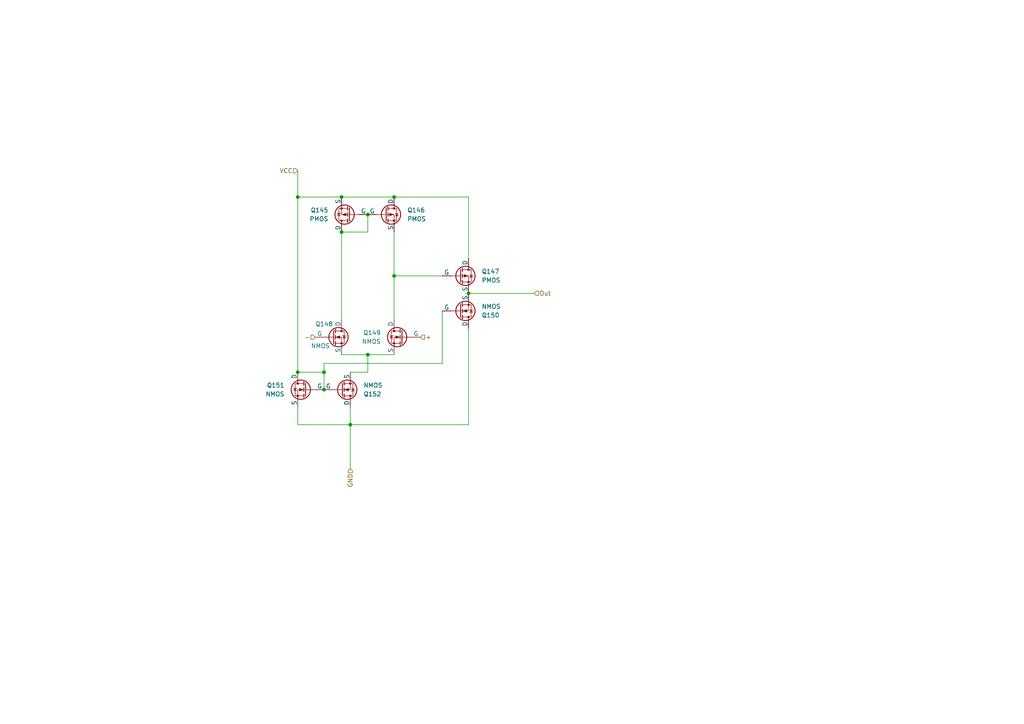
<source format=kicad_sch>
(kicad_sch (version 20230121) (generator eeschema)
  (paper "A4")
  (lib_symbols
    (symbol "Simulation_SPICE:NMOS" (pin_numbers hide) (pin_names (offset 0))
      (property "Reference" "Q" (at 5.08 1.27 0))
      (property "Value" "NMOS" (at 5.08 -1.27 0))
      (symbol "NMOS_0_1"
        (polyline (pts (xy 0.254 0) (xy -2.54 0)))
        (polyline (pts (xy 0.254 1.905) (xy 0.254 -1.905)) (stroke (width 0.254)))
        (polyline (pts (xy 0.762 -1.27) (xy 0.762 -2.286)) (stroke (width 0.254)))
        (polyline (pts (xy 0.762 0.508) (xy 0.762 -0.508)) (stroke (width 0.254)))
        (polyline (pts (xy 0.762 2.286) (xy 0.762 1.27)) (stroke (width 0.254)))
        (polyline (pts (xy 2.54 2.54) (xy 2.54 1.778)))
        (polyline (pts (xy 2.54 -2.54) (xy 2.54 0) (xy 0.762 0)))
        (polyline (pts (xy 0.762 -1.778) (xy 3.302 -1.778) (xy 3.302 1.778) (xy 0.762 1.778)))
        (polyline (pts (xy 1.016 0) (xy 2.032 0.381) (xy 2.032 -0.381) (xy 1.016 0)) (fill (type outline)))
        (polyline (pts (xy 2.794 0.508) (xy 2.921 0.381) (xy 3.683 0.381) (xy 3.81 0.254)))
        (polyline (pts (xy 3.302 0.381) (xy 2.921 -0.254) (xy 3.683 -0.254) (xy 3.302 0.381)))
        (circle (center 1.651 0) (radius 2.794) (stroke (width 0.254)))
        (circle (center 2.54 -1.778) (radius 0.254) (fill (type outline)))
        (circle (center 2.54 1.778) (radius 0.254) (fill (type outline)))
      )
      (symbol "NMOS_1_1"
        (pin passive line (at 2.54 5.08 270) (length 2.54) (name "D") (number "1"))
        (pin input line (at -5.08 0 0) (length 2.54) (name "G") (number "2"))
        (pin passive line (at 2.54 -5.08 90) (length 2.54) (name "S") (number "3"))
      )
    )
    (symbol "Simulation_SPICE:PMOS" (pin_numbers hide) (pin_names (offset 0))
      (property "Reference" "Q" (at 5.08 1.27 0))
      (property "Value" "PMOS" (at 5.08 -1.27 0))
      (symbol "PMOS_0_1"
        (polyline (pts (xy 0.254 0) (xy -2.54 0)))
        (polyline (pts (xy 0.254 1.905) (xy 0.254 -1.905)) (stroke (width 0.254)))
        (polyline (pts (xy 0.762 -1.27) (xy 0.762 -2.286)) (stroke (width 0.254)))
        (polyline (pts (xy 0.762 0.508) (xy 0.762 -0.508)) (stroke (width 0.254)))
        (polyline (pts (xy 0.762 2.286) (xy 0.762 1.27)) (stroke (width 0.254)))
        (polyline (pts (xy 2.54 2.54) (xy 2.54 1.778)))
        (polyline (pts (xy 2.54 -2.54) (xy 2.54 0) (xy 0.762 0)))
        (polyline (pts (xy 0.762 1.778) (xy 3.302 1.778) (xy 3.302 -1.778) (xy 0.762 -1.778)))
        (polyline (pts (xy 2.286 0) (xy 1.27 0.381) (xy 1.27 -0.381) (xy 2.286 0)) (fill (type outline)))
        (polyline (pts (xy 2.794 -0.508) (xy 2.921 -0.381) (xy 3.683 -0.381) (xy 3.81 -0.254)))
        (polyline (pts (xy 3.302 -0.381) (xy 2.921 0.254) (xy 3.683 0.254) (xy 3.302 -0.381)))
        (circle (center 1.651 0) (radius 2.794) (stroke (width 0.254)))
        (circle (center 2.54 -1.778) (radius 0.254) (fill (type outline)))
        (circle (center 2.54 1.778) (radius 0.254) (fill (type outline)))
      )
      (symbol "PMOS_1_1"
        (pin passive line (at 2.54 5.08 270) (length 2.54) (name "D") (number "1"))
        (pin input line (at -5.08 0 0) (length 2.54) (name "G") (number "2"))
        (pin passive line (at 2.54 -5.08 90) (length 2.54) (name "S") (number "3"))
      )
    )
  )
  (junction (at 99.06 67.31))
  (junction (at 86.36 57.15))
  (junction (at 106.68 62.23))
  (junction (at 93.98 107.95))
  (junction (at 106.68 102.87))
  (junction (at 101.6 123.19))
  (junction (at 86.36 107.95))
  (junction (at 93.98 113.03))
  (junction (at 114.3 80.01))
  (junction (at 135.89 85.09))
  (junction (at 114.3 57.15))
  (junction (at 99.06 57.15))
  (wire (pts (xy 135.89 57.15) (xy 135.89 74.93)))
  (wire (pts (xy 101.6 118.11) (xy 101.6 123.19)))
  (wire (pts (xy 106.68 62.23) (xy 106.68 67.31)))
  (wire (pts (xy 101.6 123.19) (xy 101.6 135.89)))
  (wire (pts (xy 106.68 107.95) (xy 101.6 107.95)))
  (wire (pts (xy 114.3 80.01) (xy 114.3 92.71)))
  (wire (pts (xy 128.27 80.01) (xy 114.3 80.01)))
  (wire (pts (xy 99.06 57.15) (xy 86.36 57.15)))
  (wire (pts (xy 99.06 67.31) (xy 99.06 92.71)))
  (wire (pts (xy 93.98 107.95) (xy 93.98 105.41)))
  (wire (pts (xy 99.06 57.15) (xy 114.3 57.15)))
  (wire (pts (xy 93.98 105.41) (xy 128.27 105.41)))
  (wire (pts (xy 114.3 67.31) (xy 114.3 80.01)))
  (wire (pts (xy 86.36 57.15) (xy 86.36 107.95)))
  (wire (pts (xy 106.68 67.31) (xy 99.06 67.31)))
  (wire (pts (xy 86.36 123.19) (xy 101.6 123.19)))
  (wire (pts (xy 135.89 85.09) (xy 154.94 85.09)))
  (wire (pts (xy 86.36 118.11) (xy 86.36 123.19)))
  (wire (pts (xy 106.68 102.87) (xy 114.3 102.87)))
  (wire (pts (xy 114.3 57.15) (xy 135.89 57.15)))
  (wire (pts (xy 99.06 102.87) (xy 106.68 102.87)))
  (wire (pts (xy 135.89 95.25) (xy 135.89 123.19)))
  (wire (pts (xy 86.36 107.95) (xy 93.98 107.95)))
  (wire (pts (xy 93.98 113.03) (xy 93.98 107.95)))
  (wire (pts (xy 106.68 102.87) (xy 106.68 107.95)))
  (wire (pts (xy 86.36 57.15) (xy 86.36 49.53)))
  (wire (pts (xy 101.6 123.19) (xy 135.89 123.19)))
  (wire (pts (xy 128.27 105.41) (xy 128.27 90.17)))
  (hierarchical_label "+" (shape input) (at 121.92 97.79 0))
  (hierarchical_label "-" (shape input) (at 91.44 97.79 180))
  (hierarchical_label "Out" (shape input) (at 154.94 85.09 0))
  (hierarchical_label "VCC" (shape input) (at 86.36 49.53 180))
  (hierarchical_label "GND" (shape input) (at 101.6 135.89 270))
  (symbol (lib_id "Simulation_SPICE:PMOS") (at 111.76 62.23 0) (unit 1)
    (property "Reference" "Q146" (at 118.11 60.96 0) (effects (justify left)))
    (property "Value" "PMOS" (at 118.11 63.5 0) (effects (justify left)))
    (property "Datasheet" "https://ngspice.sourceforge.io/docs/ngspice-html-manual/manual.xhtml#cha_MOSFETs" (effects hide))
    (property "Sim.Device" "PMOS" (effects hide))
    (property "Sim.Type" "VDMOS" (effects hide))
    (property "Sim.Pins" "1=D 2=G 3=S" (effects hide))
  )
  (symbol (lib_id "Simulation_SPICE:NMOS") (at 133.35 90.17 0) (mirror x) (unit 1)
    (property "Reference" "Q150" (at 139.7 91.44 0) (effects (justify left)))
    (property "Value" "NMOS" (at 139.7 88.9 0) (effects (justify left)))
    (property "Datasheet" "https://ngspice.sourceforge.io/docs/ngspice-html-manual/manual.xhtml#cha_MOSFETs" (effects hide))
    (property "Sim.Device" "NMOS" (effects hide))
    (property "Sim.Type" "VDMOS" (effects hide))
    (property "Sim.Pins" "1=D 2=G 3=S" (effects hide))
  )
  (symbol (lib_id "Simulation_SPICE:NMOS") (at 116.84 97.79 0) (mirror y) (unit 1)
    (property "Reference" "Q149" (at 110.49 96.52 0) (effects (justify left)))
    (property "Value" "NMOS" (at 110.49 99.06 0) (effects (justify left)))
    (property "Datasheet" "https://ngspice.sourceforge.io/docs/ngspice-html-manual/manual.xhtml#cha_MOSFETs" (effects hide))
    (property "Sim.Device" "NMOS" (effects hide))
    (property "Sim.Type" "VDMOS" (effects hide))
    (property "Sim.Pins" "1=D 2=G 3=S" (effects hide))
  )
  (symbol (lib_id "Simulation_SPICE:PMOS") (at 101.6 62.23 180) (unit 1)
    (property "Reference" "Q145" (at 95.25 60.96 0) (effects (justify left)))
    (property "Value" "PMOS" (at 95.25 63.5 0) (effects (justify left)))
    (property "Datasheet" "https://ngspice.sourceforge.io/docs/ngspice-html-manual/manual.xhtml#cha_MOSFETs" (effects hide))
    (property "Sim.Device" "PMOS" (effects hide))
    (property "Sim.Type" "VDMOS" (effects hide))
    (property "Sim.Pins" "1=D 2=G 3=S" (effects hide))
  )
  (symbol (lib_id "Simulation_SPICE:PMOS") (at 133.35 80.01 0) (unit 1)
    (property "Reference" "Q147" (at 139.7 78.74 0) (effects (justify left)))
    (property "Value" "PMOS" (at 139.7 81.28 0) (effects (justify left)))
    (property "Datasheet" "https://ngspice.sourceforge.io/docs/ngspice-html-manual/manual.xhtml#cha_MOSFETs" (effects hide))
    (property "Sim.Device" "PMOS" (effects hide))
    (property "Sim.Type" "VDMOS" (effects hide))
    (property "Sim.Pins" "1=D 2=G 3=S" (effects hide))
  )
  (symbol (lib_id "Simulation_SPICE:NMOS") (at 96.52 97.79 0) (unit 1)
    (property "Reference" "Q148" (at 91.44 93.98 0) (effects (justify left)))
    (property "Value" "NMOS" (at 90.17 100.33 0) (effects (justify left)))
    (property "Datasheet" "https://ngspice.sourceforge.io/docs/ngspice-html-manual/manual.xhtml#cha_MOSFETs" (effects hide))
    (property "Sim.Device" "NMOS" (effects hide))
    (property "Sim.Type" "VDMOS" (effects hide))
    (property "Sim.Pins" "1=D 2=G 3=S" (effects hide))
  )
  (symbol (lib_id "Simulation_SPICE:NMOS") (at 88.9 113.03 0) (mirror y) (unit 1)
    (property "Reference" "Q151" (at 82.55 111.76 0) (effects (justify left)))
    (property "Value" "NMOS" (at 82.55 114.3 0) (effects (justify left)))
    (property "Datasheet" "https://ngspice.sourceforge.io/docs/ngspice-html-manual/manual.xhtml#cha_MOSFETs" (effects hide))
    (property "Sim.Device" "NMOS" (effects hide))
    (property "Sim.Type" "VDMOS" (effects hide))
    (property "Sim.Pins" "1=D 2=G 3=S" (effects hide))
  )
  (symbol (lib_id "Simulation_SPICE:NMOS") (at 99.06 113.03 0) (mirror x) (unit 1)
    (property "Reference" "Q152" (at 105.41 114.3 0) (effects (justify left)))
    (property "Value" "NMOS" (at 105.41 111.76 0) (effects (justify left)))
    (property "Datasheet" "https://ngspice.sourceforge.io/docs/ngspice-html-manual/manual.xhtml#cha_MOSFETs" (effects hide))
    (property "Sim.Device" "NMOS" (effects hide))
    (property "Sim.Type" "VDMOS" (effects hide))
    (property "Sim.Pins" "1=D 2=G 3=S" (effects hide))
  )
)
</source>
